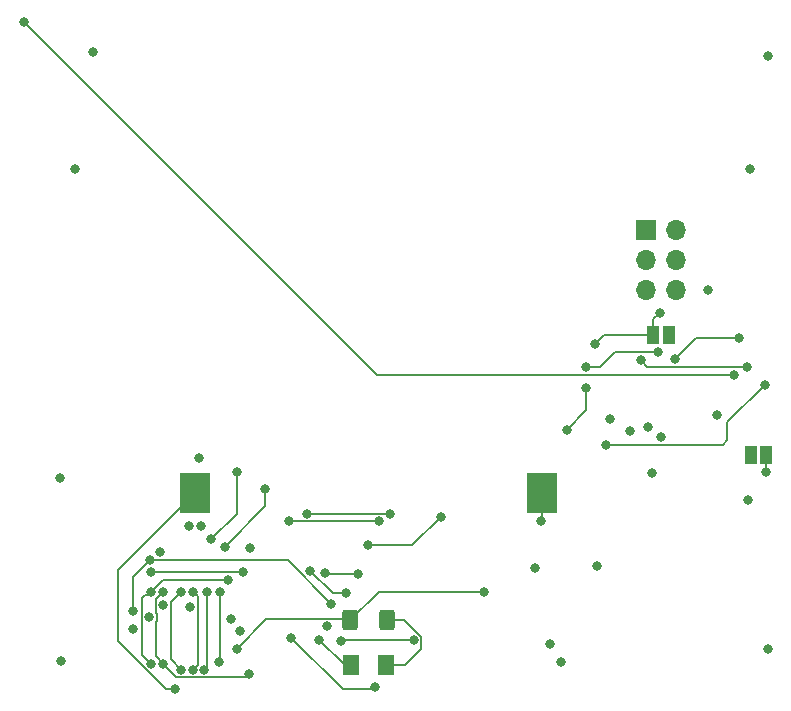
<source format=gbr>
%TF.GenerationSoftware,KiCad,Pcbnew,(6.0.0)*%
%TF.CreationDate,2022-05-08T17:08:30-04:00*%
%TF.ProjectId,QR_ATTINY3217,51525f41-5454-4494-9e59-333231372e6b,rev?*%
%TF.SameCoordinates,Original*%
%TF.FileFunction,Copper,L4,Bot*%
%TF.FilePolarity,Positive*%
%FSLAX46Y46*%
G04 Gerber Fmt 4.6, Leading zero omitted, Abs format (unit mm)*
G04 Created by KiCad (PCBNEW (6.0.0)) date 2022-05-08 17:08:30*
%MOMM*%
%LPD*%
G01*
G04 APERTURE LIST*
G04 Aperture macros list*
%AMRoundRect*
0 Rectangle with rounded corners*
0 $1 Rounding radius*
0 $2 $3 $4 $5 $6 $7 $8 $9 X,Y pos of 4 corners*
0 Add a 4 corners polygon primitive as box body*
4,1,4,$2,$3,$4,$5,$6,$7,$8,$9,$2,$3,0*
0 Add four circle primitives for the rounded corners*
1,1,$1+$1,$2,$3*
1,1,$1+$1,$4,$5*
1,1,$1+$1,$6,$7*
1,1,$1+$1,$8,$9*
0 Add four rect primitives between the rounded corners*
20,1,$1+$1,$2,$3,$4,$5,0*
20,1,$1+$1,$4,$5,$6,$7,0*
20,1,$1+$1,$6,$7,$8,$9,0*
20,1,$1+$1,$8,$9,$2,$3,0*%
G04 Aperture macros list end*
%TA.AperFunction,SMDPad,CuDef*%
%ADD10R,1.000000X1.500000*%
%TD*%
%TA.AperFunction,ComponentPad*%
%ADD11R,1.700000X1.700000*%
%TD*%
%TA.AperFunction,ComponentPad*%
%ADD12O,1.700000X1.700000*%
%TD*%
%TA.AperFunction,SMDPad,CuDef*%
%ADD13RoundRect,0.250000X-0.400000X-0.625000X0.400000X-0.625000X0.400000X0.625000X-0.400000X0.625000X0*%
%TD*%
%TA.AperFunction,SMDPad,CuDef*%
%ADD14RoundRect,0.250001X0.462499X0.624999X-0.462499X0.624999X-0.462499X-0.624999X0.462499X-0.624999X0*%
%TD*%
%TA.AperFunction,SMDPad,CuDef*%
%ADD15R,2.600000X3.500000*%
%TD*%
%TA.AperFunction,ViaPad*%
%ADD16C,0.800000*%
%TD*%
%TA.AperFunction,Conductor*%
%ADD17C,0.150000*%
%TD*%
G04 APERTURE END LIST*
D10*
%TO.P,JP1,2,B*%
%TO.N,GND*%
X179720000Y-107950000D03*
%TO.P,JP1,1,A*%
%TO.N,Net-(JP1-Pad1)*%
X178420000Y-107950000D03*
%TD*%
%TO.P,JP2,2,B*%
%TO.N,VCC*%
X170165000Y-97790000D03*
%TO.P,JP2,1,A*%
%TO.N,Net-(JP2-Pad1)*%
X171465000Y-97790000D03*
%TD*%
D11*
%TO.P,J1,1,DATA*%
%TO.N,/UDPI*%
X169545000Y-88900000D03*
D12*
%TO.P,J1,2,VCC*%
%TO.N,VCC*%
X172085000Y-88900000D03*
%TO.P,J1,3,NC*%
%TO.N,unconnected-(J1-Pad3)*%
X169545000Y-91440000D03*
%TO.P,J1,4,NC*%
%TO.N,unconnected-(J1-Pad4)*%
X172085000Y-91440000D03*
%TO.P,J1,5,NC*%
%TO.N,unconnected-(J1-Pad5)*%
X169545000Y-93980000D03*
%TO.P,J1,6,GND*%
%TO.N,GND*%
X172085000Y-93980000D03*
%TD*%
D13*
%TO.P,R6,1*%
%TO.N,VCC*%
X144500000Y-121920000D03*
%TO.P,R6,2*%
%TO.N,Net-(D5-Pad1)*%
X147600000Y-121920000D03*
%TD*%
D14*
%TO.P,D5,1,K*%
%TO.N,Net-(D5-Pad1)*%
X147537500Y-125730000D03*
%TO.P,D5,2,A*%
%TO.N,GND*%
X144562500Y-125730000D03*
%TD*%
D15*
%TO.P,BT1,2,-*%
%TO.N,Net-(BT1-Pad2)*%
X131350000Y-111125000D03*
%TO.P,BT1,1,+*%
%TO.N,VCC*%
X160750000Y-111125000D03*
%TD*%
D16*
%TO.N,VCC*%
X168148000Y-105918000D03*
X165227000Y-98552000D03*
X165354000Y-117348000D03*
X170053000Y-109474000D03*
X155829000Y-119507000D03*
X134874000Y-124333000D03*
X136017000Y-115824000D03*
%TO.N,SEG_IN2*%
X131826000Y-113919000D03*
X130937000Y-120777000D03*
%TO.N,SEG_IN2_ENABLE*%
X169672000Y-105537000D03*
X127497500Y-121676500D03*
%TO.N,SEG_IN0*%
X135128000Y-122809000D03*
%TO.N,SEG_IN1*%
X134384343Y-121839989D03*
%TO.N,SEG_IN0*%
X133858000Y-115697000D03*
X137287000Y-110765000D03*
%TO.N,GND*%
X170815000Y-106436500D03*
%TO.N,SEG_IN1*%
X132715000Y-115062000D03*
X134874000Y-109347000D03*
%TO.N,Net-(DS1-Pad3)*%
X160147000Y-117475000D03*
X142494000Y-122428000D03*
%TO.N,Net-(DS1-Pad8)*%
X141097000Y-117729000D03*
X144145000Y-119634000D03*
%TO.N,VCC*%
X160655000Y-113538000D03*
%TO.N,Net-(BT1-Pad2)*%
X129667000Y-127762000D03*
X162306000Y-125476000D03*
%TO.N,GND*%
X130876556Y-113908500D03*
X128397000Y-116164500D03*
%TO.N,SEG_IN1_ENABLE*%
X131699000Y-108204000D03*
X166497000Y-104902000D03*
%TO.N,Net-(SW3-Pad1)*%
X164465000Y-102235000D03*
X164465000Y-100457000D03*
X170561000Y-99187000D03*
X162814000Y-105791000D03*
%TO.N,Net-(D3-Pad2)*%
X179578000Y-101981000D03*
X166116000Y-107061000D03*
%TO.N,Net-(SW1-Pad1)*%
X116840000Y-71247000D03*
X176991135Y-101172135D03*
%TO.N,Net-(D1-Pad2)*%
X178058142Y-100455320D03*
X169081081Y-99904919D03*
%TO.N,Net-(SW4-Pad1)*%
X177419000Y-98044000D03*
X171958000Y-99822000D03*
%TO.N,Net-(JP1-Pad1)*%
X178420000Y-107950000D03*
%TO.N,VCC*%
X170688000Y-95885000D03*
%TO.N,Net-(JP2-Pad1)*%
X171465000Y-97790000D03*
%TO.N,GND*%
X141859000Y-123571000D03*
X174752000Y-93980000D03*
X179705000Y-109347000D03*
X175514000Y-104521000D03*
X179832000Y-74168000D03*
X178308000Y-83693000D03*
X178181000Y-111760000D03*
X179832000Y-124333000D03*
X161417000Y-123952000D03*
X128640500Y-120590989D03*
X126102839Y-122679661D03*
X120015000Y-125349000D03*
X119888000Y-109855000D03*
X121158000Y-83693000D03*
X122682000Y-73787000D03*
%TO.N,SEG_D*%
X139495000Y-123395000D03*
X146558000Y-127599502D03*
%TO.N,SEG_C*%
X143680000Y-123655000D03*
X149860000Y-123571000D03*
%TO.N,SEG_E*%
X135890000Y-126492000D03*
%TO.N,SEG_B*%
X152146000Y-113157000D03*
X145980498Y-115570000D03*
%TO.N,SEG_A*%
X142395500Y-117884500D03*
X145161000Y-117983000D03*
%TO.N,SEG_F*%
X140843000Y-112903000D03*
X147828000Y-112903000D03*
%TO.N,SEG_G*%
X139319000Y-113538000D03*
X146939000Y-113538000D03*
%TO.N,SEG_DP*%
X126100500Y-121158000D03*
X127508000Y-116840000D03*
X142875000Y-120523000D03*
%TO.N,SEG_G*%
X127635000Y-117856000D03*
X135382000Y-117866500D03*
%TO.N,SEG_F*%
X134112000Y-118491000D03*
%TO.N,SEG_A*%
X133477000Y-119507000D03*
X133350000Y-125476000D03*
%TO.N,SEG_B*%
X132140503Y-126111000D03*
X132334000Y-119507000D03*
%TO.N,SEG_C*%
X131191000Y-126111000D03*
X131191000Y-119507000D03*
%TO.N,SEG_D*%
X130175589Y-119507589D03*
X130175000Y-126111000D03*
%TO.N,SEG_E*%
X128651000Y-119507000D03*
X128651000Y-125603000D03*
%TO.N,SEG_F*%
X127635000Y-125603000D03*
X127635000Y-119507000D03*
%TD*%
D17*
%TO.N,SEG_IN1*%
X134874000Y-112903000D02*
X132715000Y-115062000D01*
X134874000Y-109347000D02*
X134874000Y-112903000D01*
%TO.N,VCC*%
X165989000Y-97790000D02*
X165227000Y-98552000D01*
X170165000Y-97790000D02*
X165989000Y-97790000D01*
X146913000Y-119507000D02*
X155829000Y-119507000D01*
X144500000Y-121920000D02*
X146913000Y-119507000D01*
X144383489Y-121803489D02*
X137403511Y-121803489D01*
X144500000Y-121920000D02*
X144383489Y-121803489D01*
X137403511Y-121803489D02*
X134874000Y-124333000D01*
%TO.N,SEG_C*%
X131572000Y-125730000D02*
X131191000Y-126111000D01*
X131191000Y-119507000D02*
X131572000Y-119888000D01*
X131572000Y-119888000D02*
X131572000Y-125730000D01*
%TO.N,SEG_D*%
X129286000Y-120397178D02*
X129286000Y-125222000D01*
X130175589Y-119507589D02*
X129286000Y-120397178D01*
X129286000Y-125222000D02*
X130175000Y-126111000D01*
%TO.N,SEG_E*%
X128016000Y-124968000D02*
X128651000Y-125603000D01*
X128016000Y-122041193D02*
X128016000Y-124968000D01*
X128122011Y-121417818D02*
X128122011Y-121935182D01*
X128016000Y-121311807D02*
X128122011Y-121417818D01*
X128122011Y-121935182D02*
X128016000Y-122041193D01*
X128016000Y-120142000D02*
X128016000Y-121311807D01*
X128651000Y-119507000D02*
X128016000Y-120142000D01*
%TO.N,SEG_F*%
X127127000Y-119761000D02*
X126873000Y-120015000D01*
X127381000Y-119761000D02*
X127127000Y-119761000D01*
X126873000Y-120015000D02*
X126873000Y-124841000D01*
X126873000Y-124841000D02*
X127635000Y-125603000D01*
X127635000Y-119507000D02*
X127381000Y-119761000D01*
%TO.N,SEG_DP*%
X126100500Y-118247500D02*
X127508000Y-116840000D01*
X126100500Y-121158000D02*
X126100500Y-118247500D01*
%TO.N,Net-(BT1-Pad2)*%
X128910807Y-127762000D02*
X129667000Y-127762000D01*
X124841000Y-123692193D02*
X128910807Y-127762000D01*
X124841000Y-117634000D02*
X124841000Y-123692193D01*
X131350000Y-111125000D02*
X124841000Y-117634000D01*
%TO.N,SEG_IN0*%
X137287000Y-110765000D02*
X137287000Y-112268000D01*
X137287000Y-112268000D02*
X133858000Y-115697000D01*
%TO.N,Net-(DS1-Pad8)*%
X143002000Y-119634000D02*
X141097000Y-117729000D01*
X144145000Y-119634000D02*
X143002000Y-119634000D01*
%TO.N,VCC*%
X160655000Y-113538000D02*
X160750000Y-113443000D01*
X160750000Y-113443000D02*
X160750000Y-111125000D01*
%TO.N,SEG_D*%
X143862000Y-127762000D02*
X139495000Y-123395000D01*
X146395502Y-127762000D02*
X143862000Y-127762000D01*
X146558000Y-127599502D02*
X146395502Y-127762000D01*
%TO.N,Net-(SW3-Pad1)*%
X164465000Y-104140000D02*
X162814000Y-105791000D01*
X164465000Y-102235000D02*
X164465000Y-104140000D01*
X165608000Y-100457000D02*
X164465000Y-100457000D01*
X166878000Y-99187000D02*
X165608000Y-100457000D01*
X170561000Y-99187000D02*
X166878000Y-99187000D01*
%TO.N,Net-(D3-Pad2)*%
X176403000Y-105156000D02*
X179578000Y-101981000D01*
X176022000Y-107061000D02*
X176403000Y-106680000D01*
X176403000Y-106680000D02*
X176403000Y-105156000D01*
X166116000Y-107061000D02*
X176022000Y-107061000D01*
%TO.N,Net-(SW1-Pad1)*%
X176991135Y-101172135D02*
X146765135Y-101172135D01*
X146765135Y-101172135D02*
X116840000Y-71247000D01*
%TO.N,Net-(D1-Pad2)*%
X169631482Y-100455320D02*
X178058142Y-100455320D01*
X169081081Y-99904919D02*
X169631482Y-100455320D01*
%TO.N,Net-(SW4-Pad1)*%
X173736000Y-98044000D02*
X177419000Y-98044000D01*
X171958000Y-99822000D02*
X173736000Y-98044000D01*
%TO.N,VCC*%
X170165000Y-96408000D02*
X170165000Y-97790000D01*
X170688000Y-95885000D02*
X170165000Y-96408000D01*
%TO.N,GND*%
X144018000Y-125730000D02*
X141859000Y-123571000D01*
X144562500Y-125730000D02*
X144018000Y-125730000D01*
X179720000Y-109332000D02*
X179705000Y-109347000D01*
X179720000Y-107950000D02*
X179720000Y-109332000D01*
%TO.N,Net-(D5-Pad1)*%
X149098000Y-125730000D02*
X147537500Y-125730000D01*
X149092193Y-121920000D02*
X150484511Y-123312318D01*
X150484511Y-124343489D02*
X149098000Y-125730000D01*
X147600000Y-121920000D02*
X149092193Y-121920000D01*
X150484511Y-123312318D02*
X150484511Y-124343489D01*
%TO.N,SEG_C*%
X143764000Y-123571000D02*
X143680000Y-123655000D01*
X149860000Y-123571000D02*
X143764000Y-123571000D01*
%TO.N,SEG_E*%
X129783511Y-126735511D02*
X128651000Y-125603000D01*
X135890000Y-126492000D02*
X135646489Y-126735511D01*
X135646489Y-126735511D02*
X129783511Y-126735511D01*
%TO.N,SEG_B*%
X149733000Y-115570000D02*
X145980498Y-115570000D01*
X152146000Y-113157000D02*
X149733000Y-115570000D01*
%TO.N,SEG_A*%
X142494000Y-117983000D02*
X142395500Y-117884500D01*
X145161000Y-117983000D02*
X142494000Y-117983000D01*
%TO.N,SEG_F*%
X147828000Y-112903000D02*
X140843000Y-112903000D01*
%TO.N,SEG_G*%
X146939000Y-113538000D02*
X139319000Y-113538000D01*
%TO.N,SEG_DP*%
X139192000Y-116840000D02*
X127508000Y-116840000D01*
X142875000Y-120523000D02*
X139192000Y-116840000D01*
%TO.N,SEG_G*%
X135382000Y-117866500D02*
X135371500Y-117856000D01*
X135371500Y-117856000D02*
X127635000Y-117856000D01*
%TO.N,SEG_F*%
X128651000Y-118491000D02*
X134112000Y-118491000D01*
X127635000Y-119507000D02*
X128651000Y-118491000D01*
%TO.N,SEG_A*%
X133477000Y-119507000D02*
X133477000Y-125349000D01*
X133477000Y-125349000D02*
X133350000Y-125476000D01*
%TO.N,SEG_B*%
X132334000Y-125917503D02*
X132140503Y-126111000D01*
X132334000Y-119507000D02*
X132334000Y-125917503D01*
%TD*%
M02*

</source>
